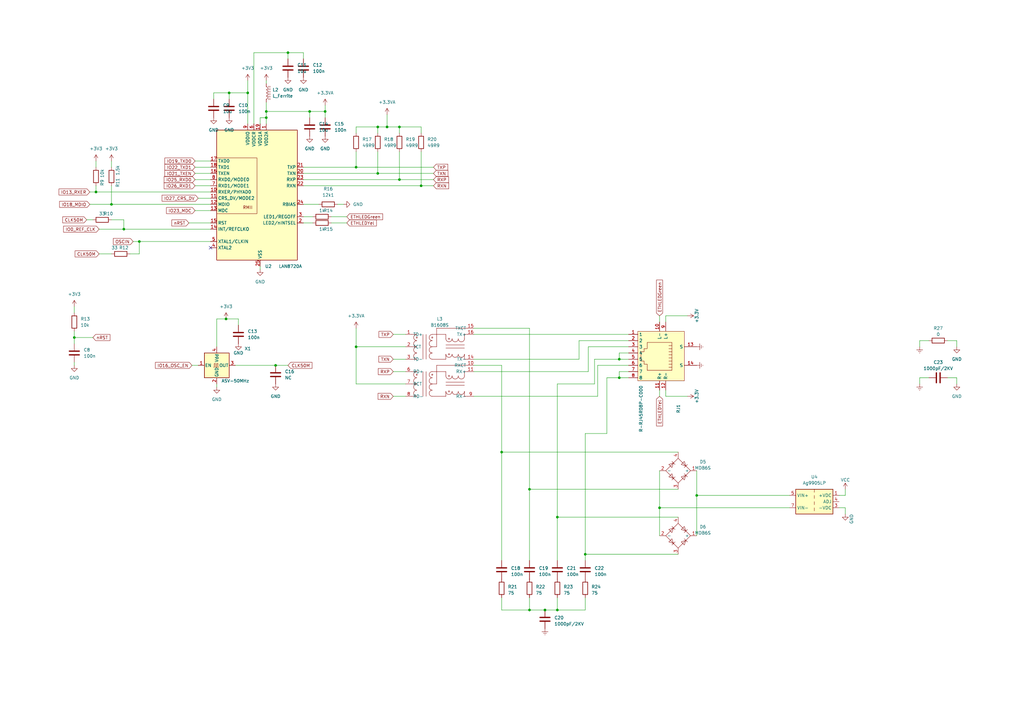
<source format=kicad_sch>
(kicad_sch (version 20231120) (generator "eeschema") (generator_version "8.0")
  (paper "A3")
  (lib_symbols
    (symbol "Converter_DCDC:Ag9905LP"
      (property "Reference" "U" (at -7.62 7.62 0))
      (property "Value" "Ag9905LP" (at 10.16 7.62 0))
      (symbol "Ag9905LP_0_1"
        (rectangle (start -7.62 5.08) (end 7.62 -5.08) (stroke (width 0.254)) (fill (type background)))
        (polyline (pts (xy 0 -2.54) (xy 0 -3.81)))
        (polyline (pts (xy 0 0) (xy 0 -1.27)))
        (polyline (pts (xy 0 2.54) (xy 0 1.27)))
        (polyline (pts (xy 0 5.08) (xy 0 3.81)))
      )
      (symbol "Ag9905LP_1_1"
        (pin power_out line (at 10.16 2.54 180) (length 2.54) (name "+VDC") (number "1"))
        (pin passive line (at 10.16 2.54 180) (length 2.54) hide (name "+VDC") (number "2"))
        (pin power_out line (at 10.16 -2.54 180) (length 2.54) (name "-VDC") (number "3"))
        (pin passive line (at 10.16 0 180) (length 2.54) (name "ADJ") (number "4"))
        (pin power_in line (at -10.16 2.54 0) (length 2.54) (name "VIN+") (number "5"))
        (pin passive line (at -10.16 2.54 0) (length 2.54) hide (name "VIN+") (number "6"))
        (pin power_in line (at -10.16 -2.54 0) (length 2.54) (name "VIN-") (number "7"))
        (pin passive line (at -10.16 -2.54 0) (length 2.54) hide (name "VIN-") (number "8"))
      )
    )
    (symbol "Device:C" (pin_numbers hide) (pin_names (offset 0.254))
      (property "Reference" "C" (at 0.635 2.54 0))
      (property "Value" "C" (at 0.635 -2.54 0))
      (symbol "C_0_1"
        (polyline (pts (xy -2.032 -0.762) (xy 2.032 -0.762)) (stroke (width 0.508)))
        (polyline (pts (xy -2.032 0.762) (xy 2.032 0.762)) (stroke (width 0.508)))
      )
      (symbol "C_1_1"
        (pin passive line (at 0 3.81 270) (length 2.794) (name "~") (number "1"))
        (pin passive line (at 0 -3.81 90) (length 2.794) (name "~") (number "2"))
      )
    )
    (symbol "Device:L_Ferrite" (pin_numbers hide) (pin_names (offset 1.016) hide)
      (property "Reference" "L" (at -1.27 0 90))
      (property "Value" "L_Ferrite" (at 2.794 0 90))
      (symbol "L_Ferrite_0_1"
        (arc (start 0 -2.54) (mid 0.6323 -1.905) (end 0 -1.27))
        (arc (start 0 -1.27) (mid 0.6323 -0.635) (end 0 0))
        (polyline (pts (xy 1.016 -2.794) (xy 1.016 -2.286)))
        (polyline (pts (xy 1.016 -1.778) (xy 1.016 -1.27)))
        (polyline (pts (xy 1.016 -0.762) (xy 1.016 -0.254)))
        (polyline (pts (xy 1.016 0.254) (xy 1.016 0.762)))
        (polyline (pts (xy 1.016 1.27) (xy 1.016 1.778)))
        (polyline (pts (xy 1.016 2.286) (xy 1.016 2.794)))
        (polyline (pts (xy 1.524 -2.286) (xy 1.524 -2.794)))
        (polyline (pts (xy 1.524 -1.27) (xy 1.524 -1.778)))
        (polyline (pts (xy 1.524 -0.254) (xy 1.524 -0.762)))
        (polyline (pts (xy 1.524 0.762) (xy 1.524 0.254)))
        (polyline (pts (xy 1.524 1.778) (xy 1.524 1.27)))
        (polyline (pts (xy 1.524 2.794) (xy 1.524 2.286)))
        (arc (start 0 0) (mid 0.6323 0.635) (end 0 1.27))
        (arc (start 0 1.27) (mid 0.6323 1.905) (end 0 2.54))
      )
      (symbol "L_Ferrite_1_1"
        (pin passive line (at 0 3.81 270) (length 1.27) (name "1") (number "1"))
        (pin passive line (at 0 -3.81 90) (length 1.27) (name "2") (number "2"))
      )
    )
    (symbol "Device:R" (pin_numbers hide) (pin_names (offset 0))
      (property "Reference" "R" (at 2.032 0 90))
      (property "Value" "R" (at 0 0 90))
      (symbol "R_0_1"
        (rectangle (start -1.016 -2.54) (end 1.016 2.54) (stroke (width 0.254)))
      )
      (symbol "R_1_1"
        (pin passive line (at 0 3.81 270) (length 1.27) (name "~") (number "1"))
        (pin passive line (at 0 -3.81 90) (length 1.27) (name "~") (number "2"))
      )
    )
    (symbol "Diode_Bridge:MDB6S"
      (property "Reference" "D" (at 3.81 6.35 0))
      (property "Value" "MDB6S" (at 6.35 3.81 0))
      (symbol "MDB6S_1_1"
        (polyline (pts (xy -2.54 3.81) (xy -1.27 2.54)))
        (polyline (pts (xy -1.27 -2.54) (xy -2.54 -3.81)))
        (polyline (pts (xy 2.54 -1.27) (xy 3.81 -2.54)))
        (polyline (pts (xy 2.54 1.27) (xy 3.81 2.54)))
        (polyline (pts (xy -3.81 2.54) (xy -2.54 1.27) (xy -1.905 3.175) (xy -3.81 2.54)))
        (polyline (pts (xy -2.54 -1.27) (xy -3.81 -2.54) (xy -1.905 -3.175) (xy -2.54 -1.27)))
        (polyline (pts (xy 1.27 2.54) (xy 2.54 3.81) (xy 3.175 1.905) (xy 1.27 2.54)))
        (polyline (pts (xy 3.175 -1.905) (xy 1.27 -2.54) (xy 2.54 -3.81) (xy 3.175 -1.905)))
        (polyline (pts (xy -5.08 0) (xy 0 -5.08) (xy 5.08 0) (xy 0 5.08) (xy -5.08 0)))
        (pin passive line (at 7.62 0 180) (length 2.54) (name "+") (number "1"))
        (pin passive line (at -7.62 0 0) (length 2.54) (name "-") (number "2"))
        (pin passive line (at 0 -7.62 90) (length 2.54) (name "~") (number "3"))
        (pin passive line (at 0 7.62 270) (length 2.54) (name "~") (number "4"))
      )
    )
    (symbol "Interface_Ethernet:LAN8720A"
      (property "Reference" "U" (at -13.97 29.21 0))
      (property "Value" "LAN8720A" (at 15.24 29.21 0))
      (symbol "LAN8720A_0_0"
        (text "RMII" (at -5.08 -3.81 0) (effects (font (size 1.27 1.27))))
      )
      (symbol "LAN8720A_0_1"
        (rectangle (start -17.78 27.94) (end 15.24 -25.4) (stroke (width 0.254)) (fill (type background)))
        (polyline (pts (xy -17.78 -6.35) (xy -1.27 -6.35) (xy -1.27 16.51) (xy -17.78 16.51)))
      )
      (symbol "LAN8720A_1_1"
        (pin power_in line (at 2.54 30.48 270) (length 2.54) (name "VDD2A") (number "1"))
        (pin output line (at -20.32 2.54 0) (length 2.54) (name "RXER/PHYAD0") (number "10"))
        (pin output line (at -20.32 0 0) (length 2.54) (name "CRS_DV/MODE2") (number "11"))
        (pin bidirectional line (at -20.32 -2.54 0) (length 2.54) (name "MDIO") (number "12"))
        (pin input line (at -20.32 -5.08 0) (length 2.54) (name "MDC") (number "13"))
        (pin output line (at -20.32 -12.7 0) (length 2.54) (name "INT/REFCLKO") (number "14"))
        (pin input line (at -20.32 -10.16 0) (length 2.54) (name "RST") (number "15"))
        (pin input line (at -20.32 10.16 0) (length 2.54) (name "TXEN") (number "16"))
        (pin input line (at -20.32 15.24 0) (length 2.54) (name "TXD0") (number "17"))
        (pin input line (at -20.32 12.7 0) (length 2.54) (name "TXD1") (number "18"))
        (pin power_in line (at 0 30.48 270) (length 2.54) (name "VDD1A") (number "19"))
        (pin bidirectional line (at 17.78 -10.16 180) (length 2.54) (name "LED2/nINTSEL") (number "2"))
        (pin output line (at 17.78 10.16 180) (length 2.54) (name "TXN") (number "20"))
        (pin output line (at 17.78 12.7 180) (length 2.54) (name "TXP") (number "21"))
        (pin output line (at 17.78 5.08 180) (length 2.54) (name "RXN") (number "22"))
        (pin output line (at 17.78 7.62 180) (length 2.54) (name "RXP") (number "23"))
        (pin input line (at 17.78 -2.54 180) (length 2.54) (name "RBIAS") (number "24"))
        (pin power_in line (at 0 -27.94 90) (length 2.54) (name "VSS") (number "25"))
        (pin bidirectional line (at 17.78 -7.62 180) (length 2.54) (name "LED1/REGOFF") (number "3"))
        (pin passive line (at -20.32 -20.32 0) (length 2.54) (name "XTAL2") (number "4"))
        (pin passive line (at -20.32 -17.78 0) (length 2.54) (name "XTAL1/CLKIN") (number "5"))
        (pin power_in line (at -2.54 30.48 270) (length 2.54) (name "VDDCR") (number "6"))
        (pin output line (at -20.32 5.08 0) (length 2.54) (name "RXD1/MODE1") (number "7"))
        (pin output line (at -20.32 7.62 0) (length 2.54) (name "RXD0/MODE0") (number "8"))
        (pin power_in line (at -5.08 30.48 270) (length 2.54) (name "VDDIO") (number "9"))
      )
    )
    (symbol "LCSC:B1608S"
      (property "Reference" "L" (at -2.54 15.24 0))
      (property "Value" "B1608S" (at -1.27 -31.75 0))
      (symbol "B1608S_0_1"
        (arc (start -8.13 -10.16) (mid -9.3898 -11.43) (end -8.13 -12.7))
        (arc (start -8.13 -7.62) (mid -9.3959 -8.89) (end -8.13 -10.16))
        (arc (start -8.13 -5.08) (mid -9.3898 -6.35) (end -8.13 -7.62))
        (circle (center -8.13 -3.81) (radius 0.25))
        (arc (start -8.13 -2.54) (mid -9.3898 -3.81) (end -8.13 -5.08))
        (arc (start -8.13 5.08) (mid -9.3898 3.81) (end -8.13 2.54))
        (arc (start -8.13 7.62) (mid -9.3898 6.35) (end -8.13 5.08))
        (arc (start -8.13 10.16) (mid -9.3898 8.89) (end -8.13 7.62))
        (circle (center -8.13 11.43) (radius 0.25))
        (arc (start -8.13 12.7) (mid -9.3898 11.43) (end -8.13 10.16))
        (arc (start -1.78 -10.16) (mid -3.0398 -11.43) (end -1.78 -12.7))
        (arc (start -1.78 -7.62) (mid -3.0459 -8.89) (end -1.78 -10.16))
        (arc (start -1.78 -5.08) (mid -3.0398 -6.35) (end -1.78 -7.62))
        (circle (center -1.78 -3.81) (radius 0.25))
        (arc (start -1.78 -2.54) (mid -3.0398 -3.81) (end -1.78 -5.08))
        (arc (start -1.78 5.08) (mid -3.0398 3.81) (end -1.78 2.54))
        (arc (start -1.78 7.62) (mid -3.0398 6.35) (end -1.78 5.08))
        (arc (start -1.78 10.16) (mid -3.0398 8.89) (end -1.78 7.62))
        (circle (center -1.78 11.43) (radius 0.25))
        (arc (start -1.78 12.7) (mid -3.0398 11.43) (end -1.78 10.16))
        (polyline (pts (xy -10.16 -12.7) (xy -8.13 -12.7)))
        (polyline (pts (xy -10.16 -7.62) (xy -8.13 -7.62)))
        (polyline (pts (xy -10.16 -2.54) (xy -8.13 -2.54)))
        (polyline (pts (xy -10.16 2.54) (xy -8.13 2.54)))
        (polyline (pts (xy -10.16 7.62) (xy -8.13 7.62)))
        (polyline (pts (xy -10.16 12.7) (xy -8.13 12.7)))
        (polyline (pts (xy -5.59 -2.54) (xy -5.59 -12.7)))
        (polyline (pts (xy -5.59 12.7) (xy -5.59 2.54)))
        (polyline (pts (xy -4.32 -2.54) (xy -4.32 -12.7)))
        (polyline (pts (xy -4.32 12.7) (xy -4.32 2.54)))
        (polyline (pts (xy -1.78 -7.62) (xy 0 -7.62)))
        (polyline (pts (xy -1.78 -2.54) (xy 3.81 -2.54)))
        (polyline (pts (xy -1.78 7.62) (xy 0 7.62)))
        (polyline (pts (xy -1.78 12.7) (xy 3.81 12.7)))
        (polyline (pts (xy 0 -7.62) (xy 0 0)))
        (polyline (pts (xy 0 0) (xy 12.7 0)))
        (polyline (pts (xy 0 7.62) (xy 0 15.24)))
        (polyline (pts (xy 0 15.24) (xy 12.7 15.24)))
        (polyline (pts (xy 3.81 -12.7) (xy -1.78 -12.7)))
        (polyline (pts (xy 3.81 -12.7) (xy 3.81 -10.67)))
        (polyline (pts (xy 3.81 -8.13) (xy 11.43 -8.13)))
        (polyline (pts (xy 3.81 -6.86) (xy 11.43 -6.86)))
        (polyline (pts (xy 3.81 -2.54) (xy 3.81 -4.32)))
        (polyline (pts (xy 3.81 2.54) (xy -1.78 2.54)))
        (polyline (pts (xy 3.81 2.54) (xy 3.81 4.57)))
        (polyline (pts (xy 3.81 7.11) (xy 11.43 7.11)))
        (polyline (pts (xy 3.81 8.38) (xy 11.43 8.38)))
        (polyline (pts (xy 3.81 12.7) (xy 3.81 10.92)))
        (polyline (pts (xy 11.43 -12.7) (xy 12.7 -12.7)))
        (polyline (pts (xy 11.43 -10.67) (xy 11.43 -12.7)))
        (polyline (pts (xy 11.43 -4.32) (xy 11.43 -2.54)))
        (polyline (pts (xy 11.43 -2.54) (xy 12.7 -2.54)))
        (polyline (pts (xy 11.43 2.54) (xy 12.7 2.54)))
        (polyline (pts (xy 11.43 4.57) (xy 11.43 2.54)))
        (polyline (pts (xy 11.43 10.92) (xy 11.43 12.7)))
        (polyline (pts (xy 11.43 12.7) (xy 12.7 12.7)))
        (arc (start 3.81 -10.67) (mid 5.08 -11.931) (end 6.35 -10.67))
        (arc (start 3.81 -4.32) (mid 5.08 -5.581) (end 6.35 -4.32))
        (arc (start 3.81 4.57) (mid 5.08 3.309) (end 6.35 4.57))
        (arc (start 3.81 10.92) (mid 5.08 9.659) (end 6.35 10.92))
        (circle (center 5.08 -10.67) (radius 0.25))
        (circle (center 5.08 -4.32) (radius 0.25))
        (circle (center 5.08 4.57) (radius 0.25))
        (circle (center 5.08 10.92) (radius 0.25))
        (arc (start 6.35 -10.67) (mid 7.62 -11.9349) (end 8.89 -10.67))
        (arc (start 6.35 -4.32) (mid 7.62 -5.5851) (end 8.89 -4.32))
        (arc (start 6.35 4.57) (mid 7.62 3.3051) (end 8.89 4.57))
        (arc (start 6.35 10.92) (mid 7.62 9.6549) (end 8.89 10.92))
        (arc (start 8.89 -10.67) (mid 10.16 -11.9349) (end 11.43 -10.67))
        (arc (start 8.89 -4.32) (mid 10.16 -5.5851) (end 11.43 -4.32))
        (arc (start 8.89 4.57) (mid 10.16 3.3051) (end 11.43 4.57))
        (arc (start 8.89 10.92) (mid 10.16 9.6549) (end 11.43 10.92))
        (pin unspecified line (at -12.7 12.7 0) (length 2.54) (name "TD+") (number "1"))
        (pin unspecified line (at 15.24 0 180) (length 2.54) (name "RXCT") (number "10"))
        (pin unspecified line (at 15.24 -2.54 180) (length 2.54) (name "RX+") (number "11"))
        (pin unspecified line (at 15.24 2.54 180) (length 2.54) (name "TX-") (number "14"))
        (pin unspecified line (at 15.24 15.24 180) (length 2.54) (name "TXCT") (number "15"))
        (pin unspecified line (at 15.24 12.7 180) (length 2.54) (name "TX+") (number "16"))
        (pin unspecified line (at -12.7 7.62 0) (length 2.54) (name "TCT") (number "2"))
        (pin unspecified line (at -12.7 2.54 0) (length 2.54) (name "TD-") (number "3"))
        (pin unspecified line (at -12.7 -2.54 0) (length 2.54) (name "RD+") (number "6"))
        (pin unspecified line (at -12.7 -7.62 0) (length 2.54) (name "RCT") (number "7"))
        (pin unspecified line (at -12.7 -12.7 0) (length 2.54) (name "RD-") (number "8"))
        (pin unspecified line (at 15.24 -12.7 180) (length 2.54) (name "RX-") (number "9"))
      )
    )
    (symbol "LCSC:R-RJ45R08P-C000"
      (property "Reference" "RJ" (at 0 20.32 0))
      (property "Value" "R-RJ45R08P-C000" (at 0 -17.78 0))
      (symbol "R-RJ45R08P-C000_0_1"
        (rectangle (start -11.43 10.16) (end 8.89 -8.89) (fill (type background)))
        (polyline (pts (xy -5.59 3.81) (xy -5.59 5.08) (xy -5.59 5.08)))
        (polyline (pts (xy -4.32 5.08) (xy -4.32 3.81) (xy -4.32 3.81)))
        (polyline (pts (xy -3.05 5.08) (xy -3.05 3.81) (xy -3.05 3.81)))
        (polyline (pts (xy -1.78 5.08) (xy -1.78 3.81) (xy -1.78 3.81)))
        (polyline (pts (xy -0.51 5.08) (xy -0.51 3.81) (xy -0.51 3.81)))
        (polyline (pts (xy 0.76 5.08) (xy 0.76 3.81) (xy 0.76 3.81)))
        (polyline (pts (xy 2.03 3.81) (xy 2.03 5.08) (xy 2.03 5.08)))
        (polyline (pts (xy 3.3 3.81) (xy 3.3 5.08) (xy 3.3 5.08)))
        (polyline (pts (xy -6.86 5.08) (xy 4.57 5.08) (xy 4.57 -5.08) (xy 2.03 -5.08) (xy 2.03 -6.35) (xy 0.76 -6.35) (xy 0.76 -7.62) (xy -3.05 -7.62) (xy -3.05 -6.35) (xy -4.32 -6.35) (xy -4.32 -5.08) (xy -6.86 -5.08) (xy -6.86 5.08) (xy -6.86 5.08)) (fill (type background)))
        (pin unspecified line (at -10.16 -12.7 90) (length 3.81) (name "1") (number "1"))
        (pin unspecified line (at -15.24 0 0) (length 3.81) (name "L-") (number "10"))
        (pin unspecified line (at 12.7 0 180) (length 3.81) (name "R+") (number "11"))
        (pin unspecified line (at 12.7 2.54 180) (length 3.81) (name "R-") (number "12"))
        (pin unspecified line (at -5.08 15.24 270) (length 5.08) (name "S") (number "13"))
        (pin unspecified line (at 2.54 15.24 270) (length 5.08) (name "S") (number "14"))
        (pin unspecified line (at -7.62 -12.7 90) (length 3.81) (name "2") (number "2"))
        (pin unspecified line (at -5.08 -12.7 90) (length 3.81) (name "3") (number "3"))
        (pin unspecified line (at -2.54 -12.7 90) (length 3.81) (name "4") (number "4"))
        (pin unspecified line (at 0 -12.7 90) (length 3.81) (name "5") (number "5"))
        (pin unspecified line (at 2.54 -12.7 90) (length 3.81) (name "6") (number "6"))
        (pin unspecified line (at 5.08 -12.7 90) (length 3.81) (name "7") (number "7"))
        (pin unspecified line (at 7.62 -12.7 90) (length 3.81) (name "8") (number "8"))
        (pin unspecified line (at -15.24 2.54 0) (length 3.81) (name "L+") (number "9"))
      )
    )
    (symbol "Oscillator:ASV-xxxMHz" (pin_names (offset 0.254))
      (property "Reference" "X" (at -5.08 6.35 0))
      (property "Value" "ASV-xxxMHz" (at 1.27 -6.35 0))
      (symbol "ASV-xxxMHz_0_1"
        (rectangle (start -5.08 5.08) (end 5.08 -5.08) (stroke (width 0.254)) (fill (type background)))
        (polyline (pts (xy -1.27 -0.762) (xy -1.016 -0.762) (xy -1.016 0.762) (xy -0.508 0.762) (xy -0.508 -0.762) (xy 0 -0.762) (xy 0 0.762) (xy 0.508 0.762) (xy 0.508 -0.762) (xy 0.762 -0.762)))
      )
      (symbol "ASV-xxxMHz_1_1"
        (pin input line (at -7.62 0 0) (length 2.54) (name "EN") (number "1"))
        (pin power_in line (at 0 -7.62 90) (length 2.54) (name "GND") (number "2"))
        (pin output line (at 7.62 0 180) (length 2.54) (name "OUT") (number "3"))
        (pin power_in line (at 0 7.62 270) (length 2.54) (name "Vdd") (number "4"))
      )
    )
    (symbol "power:+3.3V" (power) (pin_names (offset 0))
      (property "Value" "+3.3V" (at 0 3.556 0))
      (symbol "+3.3V_0_1"
        (polyline (pts (xy -0.762 1.27) (xy 0 2.54)))
        (polyline (pts (xy 0 0) (xy 0 2.54)))
        (polyline (pts (xy 0 2.54) (xy 0.762 1.27)))
      )
      (symbol "+3.3V_1_1"
        (pin power_in line (at 0 0 90) (length 0) hide (name "+3.3V") (number "1"))
      )
    )
    (symbol "power:+3.3VA" (power) (pin_names (offset 0))
      (property "Value" "+3.3VA" (at 0 3.556 0))
      (symbol "+3.3VA_0_1"
        (polyline (pts (xy -0.762 1.27) (xy 0 2.54)))
        (polyline (pts (xy 0 0) (xy 0 2.54)))
        (polyline (pts (xy 0 2.54) (xy 0.762 1.27)))
      )
      (symbol "+3.3VA_1_1"
        (pin power_in line (at 0 0 90) (length 0) hide (name "+3.3VA") (number "1"))
      )
    )
    (symbol "power:+3V3" (power) (pin_names (offset 0))
      (property "Value" "+3V3" (at 0 3.556 0))
      (symbol "+3V3_0_1"
        (polyline (pts (xy -0.762 1.27) (xy 0 2.54)))
        (polyline (pts (xy 0 0) (xy 0 2.54)))
        (polyline (pts (xy 0 2.54) (xy 0.762 1.27)))
      )
      (symbol "+3V3_1_1"
        (pin power_in line (at 0 0 90) (length 0) hide (name "+3V3") (number "1"))
      )
    )
    (symbol "power:Earth" (power) (pin_names (offset 0))
      (symbol "Earth_0_1"
        (polyline (pts (xy -0.635 -1.905) (xy 0.635 -1.905)))
        (polyline (pts (xy -0.127 -2.54) (xy 0.127 -2.54)))
        (polyline (pts (xy 0 -1.27) (xy 0 0)))
        (polyline (pts (xy 1.27 -1.27) (xy -1.27 -1.27)))
      )
      (symbol "Earth_1_1"
        (pin power_in line (at 0 0 270) (length 0) hide (name "Earth") (number "1"))
      )
    )
    (symbol "power:GND" (power) (pin_names (offset 0))
      (property "Value" "GND" (at 0 -3.81 0))
      (symbol "GND_0_1"
        (polyline (pts (xy 0 0) (xy 0 -1.27) (xy 1.27 -1.27) (xy 0 -2.54) (xy -1.27 -1.27) (xy 0 -1.27)))
      )
      (symbol "GND_1_1"
        (pin power_in line (at 0 0 270) (length 0) hide (name "GND") (number "1"))
      )
    )
    (symbol "power:VCC" (power) (pin_names (offset 0))
      (property "Value" "VCC" (at 0 3.81 0))
      (symbol "VCC_0_1"
        (polyline (pts (xy -0.762 1.27) (xy 0 2.54)))
        (polyline (pts (xy 0 0) (xy 0 2.54)))
        (polyline (pts (xy 0 2.54) (xy 0.762 1.27)))
      )
      (symbol "VCC_1_1"
        (pin power_in line (at 0 0 90) (length 0) hide (name "VCC") (number "1"))
      )
    )
  )
  (junction (at 57.15 99.06))
  (junction (at 93.98 38.1))
  (junction (at 154.94 52.07))
  (junction (at 172.72 76.2))
  (junction (at 127 45.72))
  (junction (at 254 147.32))
  (junction (at 217.17 250.19))
  (junction (at 101.6 38.1))
  (junction (at 228.6 212.09))
  (junction (at 30.48 138.43))
  (junction (at 240.03 227.33))
  (junction (at 118.11 21.59))
  (junction (at 146.05 142.24))
  (junction (at 228.6 250.19))
  (junction (at 45.72 83.82))
  (junction (at 109.22 45.72))
  (junction (at 146.05 68.58))
  (junction (at 109.22 48.26))
  (junction (at 205.74 185.42))
  (junction (at 154.94 71.12))
  (junction (at 285.75 203.2))
  (junction (at 39.37 78.74))
  (junction (at 163.83 52.07))
  (junction (at 223.52 250.19))
  (junction (at 217.17 200.66))
  (junction (at 113.03 149.86))
  (junction (at 133.35 45.72))
  (junction (at 270.51 208.28))
  (junction (at 254 154.94))
  (junction (at 50.8 93.98))
  (junction (at 158.75 52.07))
  (junction (at 163.83 73.66))
  (junction (at 92.71 130.81))
  (no_connect (at 86.36 101.6))
  (wire (pts (xy 377.19 154.94) (xy 381 154.94)))
  (wire (pts (xy 109.22 48.26) (xy 109.22 50.8)))
  (wire (pts (xy 273.05 129.54) (xy 273.05 132.08)))
  (wire (pts (xy 87.63 38.1) (xy 93.98 38.1)))
  (wire (pts (xy 273.05 162.56) (xy 281.94 162.56)))
  (wire (pts (xy 346.71 200.66) (xy 346.71 203.2)))
  (wire (pts (xy 243.84 157.48) (xy 228.6 157.48)))
  (wire (pts (xy 161.29 147.32) (xy 166.37 147.32)))
  (wire (pts (xy 118.11 21.59) (xy 124.46 21.59)))
  (wire (pts (xy 270.51 208.28) (xy 270.51 219.71)))
  (wire (pts (xy 323.85 203.2) (xy 285.75 203.2)))
  (wire (pts (xy 101.6 33.02) (xy 101.6 38.1)))
  (wire (pts (xy 93.98 38.1) (xy 101.6 38.1)))
  (wire (pts (xy 146.05 68.58) (xy 124.46 68.58)))
  (wire (pts (xy 161.29 162.56) (xy 166.37 162.56)))
  (wire (pts (xy 254 147.32) (xy 257.81 147.32)))
  (wire (pts (xy 254 154.94) (xy 248.92 154.94)))
  (wire (pts (xy 154.94 71.12) (xy 154.94 62.23)))
  (wire (pts (xy 241.3 152.4) (xy 241.3 142.24)))
  (wire (pts (xy 237.49 139.7) (xy 257.81 139.7)))
  (wire (pts (xy 240.03 227.33) (xy 278.13 227.33)))
  (wire (pts (xy 50.8 93.98) (xy 86.36 93.98)))
  (wire (pts (xy 104.14 21.59) (xy 104.14 50.8)))
  (wire (pts (xy 161.29 137.16) (xy 166.37 137.16)))
  (wire (pts (xy 109.22 45.72) (xy 127 45.72)))
  (wire (pts (xy 243.84 147.32) (xy 243.84 157.48)))
  (wire (pts (xy 124.46 91.44) (xy 128.27 91.44)))
  (wire (pts (xy 118.11 24.13) (xy 118.11 21.59)))
  (wire (pts (xy 39.37 76.2) (xy 39.37 78.74)))
  (wire (pts (xy 377.19 157.48) (xy 377.19 154.94)))
  (wire (pts (xy 217.17 200.66) (xy 217.17 229.87)))
  (wire (pts (xy 228.6 212.09) (xy 228.6 229.87)))
  (wire (pts (xy 163.83 73.66) (xy 177.8 73.66)))
  (wire (pts (xy 346.71 208.28) (xy 346.71 210.82)))
  (wire (pts (xy 40.64 104.14) (xy 45.72 104.14)))
  (wire (pts (xy 154.94 71.12) (xy 177.8 71.12)))
  (wire (pts (xy 106.68 50.8) (xy 106.68 48.26)))
  (wire (pts (xy 172.72 52.07) (xy 172.72 54.61)))
  (wire (pts (xy 205.74 185.42) (xy 205.74 229.87)))
  (wire (pts (xy 45.72 83.82) (xy 86.36 83.82)))
  (wire (pts (xy 270.51 208.28) (xy 323.85 208.28)))
  (wire (pts (xy 194.31 147.32) (xy 237.49 147.32)))
  (wire (pts (xy 270.51 129.54) (xy 270.51 132.08)))
  (wire (pts (xy 88.9 142.24) (xy 88.9 130.81)))
  (wire (pts (xy 142.24 88.9) (xy 135.89 88.9)))
  (wire (pts (xy 158.75 52.07) (xy 163.83 52.07)))
  (wire (pts (xy 38.1 138.43) (xy 30.48 138.43)))
  (wire (pts (xy 228.6 250.19) (xy 240.03 250.19)))
  (wire (pts (xy 80.01 76.2) (xy 86.36 76.2)))
  (wire (pts (xy 109.22 33.02) (xy 109.22 34.29)))
  (wire (pts (xy 124.46 88.9) (xy 128.27 88.9)))
  (wire (pts (xy 240.03 227.33) (xy 240.03 229.87)))
  (wire (pts (xy 241.3 142.24) (xy 257.81 142.24)))
  (wire (pts (xy 194.31 134.62) (xy 217.17 134.62)))
  (wire (pts (xy 228.6 157.48) (xy 228.6 212.09)))
  (wire (pts (xy 163.83 52.07) (xy 163.83 54.61)))
  (wire (pts (xy 285.75 193.04) (xy 285.75 203.2)))
  (wire (pts (xy 104.14 21.59) (xy 118.11 21.59)))
  (wire (pts (xy 158.75 46.99) (xy 158.75 52.07)))
  (wire (pts (xy 30.48 149.86) (xy 30.48 148.59)))
  (wire (pts (xy 88.9 130.81) (xy 92.71 130.81)))
  (wire (pts (xy 57.15 99.06) (xy 86.36 99.06)))
  (wire (pts (xy 109.22 41.91) (xy 109.22 45.72)))
  (wire (pts (xy 30.48 125.73) (xy 30.48 128.27)))
  (wire (pts (xy 161.29 152.4) (xy 166.37 152.4)))
  (wire (pts (xy 254 147.32) (xy 243.84 147.32)))
  (wire (pts (xy 257.81 152.4) (xy 254 152.4)))
  (wire (pts (xy 80.01 68.58) (xy 86.36 68.58)))
  (wire (pts (xy 130.81 83.82) (xy 124.46 83.82)))
  (wire (pts (xy 346.71 203.2) (xy 344.17 203.2)))
  (wire (pts (xy 146.05 52.07) (xy 154.94 52.07)))
  (wire (pts (xy 217.17 134.62) (xy 217.17 200.66)))
  (wire (pts (xy 127 48.26) (xy 127 45.72)))
  (wire (pts (xy 97.79 130.81) (xy 97.79 133.35)))
  (wire (pts (xy 228.6 245.11) (xy 228.6 250.19)))
  (wire (pts (xy 50.8 90.17) (xy 50.8 93.98)))
  (wire (pts (xy 237.49 147.32) (xy 237.49 139.7)))
  (wire (pts (xy 133.35 45.72) (xy 133.35 48.26)))
  (wire (pts (xy 223.52 250.19) (xy 228.6 250.19)))
  (wire (pts (xy 80.01 86.36) (xy 86.36 86.36)))
  (wire (pts (xy 35.56 90.17) (xy 38.1 90.17)))
  (wire (pts (xy 124.46 76.2) (xy 172.72 76.2)))
  (wire (pts (xy 124.46 73.66) (xy 163.83 73.66)))
  (wire (pts (xy 278.13 212.09) (xy 228.6 212.09)))
  (wire (pts (xy 146.05 142.24) (xy 146.05 157.48)))
  (wire (pts (xy 273.05 129.54) (xy 281.94 129.54)))
  (wire (pts (xy 45.72 76.2) (xy 45.72 83.82)))
  (wire (pts (xy 101.6 38.1) (xy 101.6 50.8)))
  (wire (pts (xy 392.43 139.7) (xy 392.43 142.24)))
  (wire (pts (xy 30.48 138.43) (xy 30.48 140.97)))
  (wire (pts (xy 172.72 76.2) (xy 177.8 76.2)))
  (wire (pts (xy 273.05 162.56) (xy 273.05 160.02)))
  (wire (pts (xy 133.35 43.18) (xy 133.35 45.72)))
  (wire (pts (xy 194.31 152.4) (xy 241.3 152.4)))
  (wire (pts (xy 39.37 78.74) (xy 86.36 78.74)))
  (wire (pts (xy 388.62 154.94) (xy 392.43 154.94)))
  (wire (pts (xy 254 152.4) (xy 254 154.94)))
  (wire (pts (xy 45.72 90.17) (xy 50.8 90.17)))
  (wire (pts (xy 270.51 193.04) (xy 270.51 208.28)))
  (wire (pts (xy 54.61 99.06) (xy 57.15 99.06)))
  (wire (pts (xy 36.83 83.82) (xy 45.72 83.82)))
  (wire (pts (xy 87.63 40.64) (xy 87.63 38.1)))
  (wire (pts (xy 172.72 76.2) (xy 172.72 62.23)))
  (wire (pts (xy 217.17 250.19) (xy 223.52 250.19)))
  (wire (pts (xy 106.68 110.49) (xy 106.68 109.22)))
  (wire (pts (xy 53.34 104.14) (xy 57.15 104.14)))
  (wire (pts (xy 248.92 154.94) (xy 248.92 177.8)))
  (wire (pts (xy 146.05 142.24) (xy 166.37 142.24)))
  (wire (pts (xy 142.24 91.44) (xy 135.89 91.44)))
  (wire (pts (xy 80.01 66.04) (xy 86.36 66.04)))
  (wire (pts (xy 146.05 134.62) (xy 146.05 142.24)))
  (wire (pts (xy 124.46 21.59) (xy 124.46 24.13)))
  (wire (pts (xy 80.01 73.66) (xy 86.36 73.66)))
  (wire (pts (xy 109.22 45.72) (xy 109.22 48.26)))
  (wire (pts (xy 240.03 177.8) (xy 240.03 227.33)))
  (wire (pts (xy 81.28 81.28) (xy 86.36 81.28)))
  (wire (pts (xy 92.71 130.81) (xy 97.79 130.81)))
  (wire (pts (xy 39.37 66.04) (xy 39.37 68.58)))
  (wire (pts (xy 80.01 71.12) (xy 86.36 71.12)))
  (wire (pts (xy 205.74 149.86) (xy 205.74 185.42)))
  (wire (pts (xy 154.94 52.07) (xy 154.94 54.61)))
  (wire (pts (xy 377.19 139.7) (xy 381 139.7)))
  (wire (pts (xy 177.8 68.58) (xy 146.05 68.58)))
  (wire (pts (xy 205.74 245.11) (xy 205.74 250.19)))
  (wire (pts (xy 257.81 149.86) (xy 245.11 149.86)))
  (wire (pts (xy 96.52 149.86) (xy 113.03 149.86)))
  (wire (pts (xy 240.03 245.11) (xy 240.03 250.19)))
  (wire (pts (xy 163.83 52.07) (xy 172.72 52.07)))
  (wire (pts (xy 205.74 185.42) (xy 278.13 185.42)))
  (wire (pts (xy 377.19 142.24) (xy 377.19 139.7)))
  (wire (pts (xy 245.11 149.86) (xy 245.11 162.56)))
  (wire (pts (xy 57.15 104.14) (xy 57.15 99.06)))
  (wire (pts (xy 392.43 154.94) (xy 392.43 157.48)))
  (wire (pts (xy 285.75 203.2) (xy 285.75 219.71)))
  (wire (pts (xy 77.47 91.44) (xy 86.36 91.44)))
  (wire (pts (xy 163.83 73.66) (xy 163.83 62.23)))
  (wire (pts (xy 30.48 135.89) (xy 30.48 138.43)))
  (wire (pts (xy 124.46 71.12) (xy 154.94 71.12)))
  (wire (pts (xy 257.81 144.78) (xy 254 144.78)))
  (wire (pts (xy 78.74 149.86) (xy 81.28 149.86)))
  (wire (pts (xy 194.31 149.86) (xy 205.74 149.86)))
  (wire (pts (xy 146.05 54.61) (xy 146.05 52.07)))
  (wire (pts (xy 344.17 208.28) (xy 346.71 208.28)))
  (wire (pts (xy 146.05 157.48) (xy 166.37 157.48)))
  (wire (pts (xy 270.51 160.02) (xy 270.51 162.56)))
  (wire (pts (xy 88.9 158.75) (xy 88.9 157.48)))
  (wire (pts (xy 40.64 93.98) (xy 50.8 93.98)))
  (wire (pts (xy 205.74 250.19) (xy 217.17 250.19)))
  (wire (pts (xy 106.68 48.26) (xy 109.22 48.26)))
  (wire (pts (xy 113.03 149.86) (xy 118.11 149.86)))
  (wire (pts (xy 254 154.94) (xy 257.81 154.94)))
  (wire (pts (xy 146.05 62.23) (xy 146.05 68.58)))
  (wire (pts (xy 245.11 162.56) (xy 194.31 162.56)))
  (wire (pts (xy 248.92 177.8) (xy 240.03 177.8)))
  (wire (pts (xy 217.17 245.11) (xy 217.17 250.19)))
  (wire (pts (xy 36.83 78.74) (xy 39.37 78.74)))
  (wire (pts (xy 127 45.72) (xy 133.35 45.72)))
  (wire (pts (xy 138.43 83.82) (xy 140.97 83.82)))
  (wire (pts (xy 93.98 38.1) (xy 93.98 40.64)))
  (wire (pts (xy 388.62 139.7) (xy 392.43 139.7)))
  (wire (pts (xy 45.72 66.04) (xy 45.72 68.58)))
  (wire (pts (xy 254 144.78) (xy 254 147.32)))
  (wire (pts (xy 154.94 52.07) (xy 158.75 52.07)))
  (wire (pts (xy 217.17 200.66) (xy 278.13 200.66)))
  (wire (pts (xy 194.31 137.16) (xy 257.81 137.16)))
  (global_label "CLK50M" (shape input) (at 118.11 149.86 0) (property "Intersheetrefs" "${INTERSHEET_REFS}" (effects (hide yes))))
  (global_label "IO13_RXER" (shape input) (at 36.83 78.74 180) (property "Intersheetrefs" "${INTERSHEET_REFS}" (effects (hide yes))))
  (global_label "CLK50M" (shape input) (at 35.56 90.17 180) (property "Intersheetrefs" "${INTERSHEET_REFS}" (effects (hide yes))))
  (global_label "ETHLEDGreen" (shape input) (at 270.51 129.54 90) (property "Intersheetrefs" "${INTERSHEET_REFS}" (effects (hide yes))))
  (global_label "RXN" (shape input) (at 161.29 162.56 180) (property "Intersheetrefs" "${INTERSHEET_REFS}" (effects (hide yes))))
  (global_label "OSCIN" (shape input) (at 54.61 99.06 180) (property "Intersheetrefs" "${INTERSHEET_REFS}" (effects (hide yes))))
  (global_label "IO22_TXD1" (shape input) (at 80.01 68.58 180) (property "Intersheetrefs" "${INTERSHEET_REFS}" (effects (hide yes))))
  (global_label "IO18_MDIO" (shape input) (at 36.83 83.82 180) (property "Intersheetrefs" "${INTERSHEET_REFS}" (effects (hide yes))))
  (global_label "IO19_TXD0" (shape input) (at 80.01 66.04 180) (property "Intersheetrefs" "${INTERSHEET_REFS}" (effects (hide yes))))
  (global_label "ETHLEDYel" (shape input) (at 142.24 91.44 0) (property "Intersheetrefs" "${INTERSHEET_REFS}" (effects (hide yes))))
  (global_label "IO27_CRS_DV" (shape input) (at 81.28 81.28 180) (property "Intersheetrefs" "${INTERSHEET_REFS}" (effects (hide yes))))
  (global_label "IO21_TXEN" (shape input) (at 80.01 71.12 180) (property "Intersheetrefs" "${INTERSHEET_REFS}" (effects (hide yes))))
  (global_label "RXP" (shape input) (at 177.8 73.66 0) (property "Intersheetrefs" "${INTERSHEET_REFS}" (effects (hide yes))))
  (global_label "IO0_REF_CLK" (shape input) (at 40.64 93.98 180) (property "Intersheetrefs" "${INTERSHEET_REFS}" (effects (hide yes))))
  (global_label "nRST" (shape input) (at 77.47 91.44 180) (property "Intersheetrefs" "${INTERSHEET_REFS}" (effects (hide yes))))
  (global_label "RXN" (shape input) (at 177.8 76.2 0) (property "Intersheetrefs" "${INTERSHEET_REFS}" (effects (hide yes))))
  (global_label "TXP" (shape input) (at 161.29 137.16 180) (property "Intersheetrefs" "${INTERSHEET_REFS}" (effects (hide yes))))
  (global_label "CLK50M" (shape input) (at 40.64 104.14 180) (property "Intersheetrefs" "${INTERSHEET_REFS}" (effects (hide yes))))
  (global_label "TXP" (shape input) (at 177.8 68.58 0) (property "Intersheetrefs" "${INTERSHEET_REFS}" (effects (hide yes))))
  (global_label "ETHLEDYel" (shape input) (at 270.51 162.56 270) (property "Intersheetrefs" "${INTERSHEET_REFS}" (effects (hide yes))))
  (global_label "ETHLEDGreen" (shape input) (at 142.24 88.9 0) (property "Intersheetrefs" "${INTERSHEET_REFS}" (effects (hide yes))))
  (global_label "RXP" (shape input) (at 161.29 152.4 180) (property "Intersheetrefs" "${INTERSHEET_REFS}" (effects (hide yes))))
  (global_label "IO26_RXD1" (shape input) (at 80.01 76.2 180) (property "Intersheetrefs" "${INTERSHEET_REFS}" (effects (hide yes))))
  (global_label "TXN" (shape input) (at 161.29 147.32 180) (property "Intersheetrefs" "${INTERSHEET_REFS}" (effects (hide yes))))
  (global_label "TXN" (shape input) (at 177.8 71.12 0) (property "Intersheetrefs" "${INTERSHEET_REFS}" (effects (hide yes))))
  (global_label "IO25_RXD0" (shape input) (at 80.01 73.66 180) (property "Intersheetrefs" "${INTERSHEET_REFS}" (effects (hide yes))))
  (global_label "IO16_OSC_EN" (shape input) (at 78.74 149.86 180) (property "Intersheetrefs" "${INTERSHEET_REFS}" (effects (hide yes))))
  (global_label "nRST" (shape input) (at 38.1 138.43 0) (property "Intersheetrefs" "${INTERSHEET_REFS}" (effects (hide yes))))
  (global_label "IO23_MDC" (shape input) (at 80.01 86.36 180) (property "Intersheetrefs" "${INTERSHEET_REFS}" (effects (hide yes))))
  (symbol (lib_id "Device:C") (at 228.6 233.68 0) (unit 1)
    (property "Reference" "C21" (at 232.41 233.045 0) (effects (justify left)))
    (property "Value" "100n" (at 232.41 235.585 0) (effects (justify left)))
    (property "Footprint" "Capacitor_SMD:C_0402_1005Metric" (effects (hide yes)))
  )
  (symbol (lib_id "Device:C") (at 113.03 153.67 0) (unit 1)
    (property "Reference" "C16" (at 116.84 152.3999 0) (effects (justify left)))
    (property "Value" "NC" (at 116.84 154.9399 0) (effects (justify left)))
    (property "Footprint" "Capacitor_SMD:C_0402_1005Metric" (effects (hide yes)))
  )
  (symbol (lib_id "power:GND") (at 88.9 158.75 0) (unit 1)
    (property "Reference" "#PWR035" (effects (hide yes)))
    (property "Value" "GND" (at 88.9 163.83 0))
  )
  (symbol (lib_id "Device:R") (at 134.62 83.82 90) (unit 1)
    (property "Reference" "R16" (at 134.62 77.47 90))
    (property "Value" "12k1" (at 134.62 80.01 90))
    (property "Footprint" "Capacitor_SMD:C_0402_1005Metric" (effects (hide yes)))
  )
  (symbol (lib_id "power:GND") (at 133.35 55.88 0) (unit 1)
    (property "Reference" "#PWR042" (effects (hide yes)))
    (property "Value" "GND" (at 133.35 60.96 0))
  )
  (symbol (lib_id "power:Earth") (at 285.75 142.24 90) (unit 1)
    (property "Reference" "#PWR055" (effects (hide yes)))
    (property "Value" "Earth" (effects (hide yes)))
  )
  (symbol (lib_id "Device:C") (at 118.11 27.94 0) (unit 1)
    (property "Reference" "C11" (at 121.92 26.6699 0) (effects (justify left)))
    (property "Value" "10u" (at 121.92 29.2099 0) (effects (justify left)))
    (property "Footprint" "Capacitor_SMD:C_0402_1005Metric" (effects (hide yes)))
  )
  (symbol (lib_id "power:GND") (at 346.71 210.82 0) (unit 1)
    (property "Reference" "#PWR046" (effects (hide yes)))
    (property "Value" "GND" (at 349.25 210.82 90) (effects (justify right)))
  )
  (symbol (lib_id "Device:R") (at 39.37 72.39 0) (unit 1)
    (property "Reference" "R9" (at 41.91 74.93 90))
    (property "Value" "10k" (at 41.91 71.12 90))
    (property "Footprint" "Capacitor_SMD:C_0402_1005Metric" (effects (hide yes)))
  )
  (symbol (lib_id "power:Earth") (at 223.52 257.81 0) (unit 1)
    (property "Reference" "#PWR052" (effects (hide yes)))
    (property "Value" "Earth" (effects (hide yes)))
  )
  (symbol (lib_id "power:+3.3V") (at 281.94 162.56 270) (unit 1)
    (property "Reference" "#PWR054" (effects (hide yes)))
    (property "Value" "+3.3V" (at 285.75 162.56 0))
  )
  (symbol (lib_id "power:GND") (at 106.68 110.49 0) (unit 1)
    (property "Reference" "#PWR033" (effects (hide yes)))
    (property "Value" "GND" (at 106.68 115.57 0))
  )
  (symbol (lib_id "Device:C") (at 93.98 44.45 0) (unit 1)
    (property "Reference" "C10" (at 97.79 43.1799 0) (effects (justify left)))
    (property "Value" "100n" (at 97.79 45.7199 0) (effects (justify left)))
    (property "Footprint" "Capacitor_SMD:C_0402_1005Metric" (effects (hide yes)))
  )
  (symbol (lib_id "power:Earth") (at 377.19 142.24 0) (unit 1)
    (property "Reference" "#PWR057" (effects (hide yes)))
    (property "Value" "Earth" (effects (hide yes)))
  )
  (symbol (lib_id "Device:C") (at 205.74 233.68 0) (unit 1)
    (property "Reference" "C18" (at 209.55 233.045 0) (effects (justify left)))
    (property "Value" "100n" (at 209.55 235.585 0) (effects (justify left)))
    (property "Footprint" "Capacitor_SMD:C_0402_1005Metric" (effects (hide yes)))
  )
  (symbol (lib_id "power:+3V3") (at 109.22 33.02 0) (unit 1)
    (property "Reference" "#PWR034" (effects (hide yes)))
    (property "Value" "+3V3" (at 109.22 27.94 0))
  )
  (symbol (lib_id "Device:L_Ferrite") (at 109.22 38.1 0) (unit 1)
    (property "Reference" "L2" (at 111.76 36.8299 0) (effects (justify left)))
    (property "Value" "L_Ferrite" (at 111.76 39.3699 0) (effects (justify left)))
    (property "Footprint" "Capacitor_SMD:C_0402_1005Metric" (effects (hide yes)))
  )
  (symbol (lib_id "power:GND") (at 392.43 157.48 0) (unit 1)
    (property "Reference" "#PWR060" (effects (hide yes)))
    (property "Value" "GND" (at 392.43 162.56 0))
  )
  (symbol (lib_id "Device:R") (at 228.6 241.3 0) (unit 1)
    (property "Reference" "R23" (at 231.14 240.665 0) (effects (justify left)))
    (property "Value" "75" (at 231.14 243.205 0) (effects (justify left)))
    (property "Footprint" "Resistor_SMD:R_0402_1005Metric" (effects (hide yes)))
  )
  (symbol (lib_id "Device:R") (at 132.08 88.9 90) (unit 1)
    (property "Reference" "R14" (at 134.62 86.36 90))
    (property "Value" "1k" (at 132.08 86.36 90))
    (property "Footprint" "Capacitor_SMD:C_0402_1005Metric" (effects (hide yes)))
  )
  (symbol (lib_id "power:+3V3") (at 30.48 125.73 0) (unit 1)
    (property "Reference" "#PWR028" (effects (hide yes)))
    (property "Value" "+3V3" (at 30.48 120.65 0))
  )
  (symbol (lib_id "power:GND") (at 30.48 149.86 0) (unit 1)
    (property "Reference" "#PWR029" (effects (hide yes)))
    (property "Value" "GND" (at 30.48 154.94 0))
  )
  (symbol (lib_id "Device:C") (at 124.46 27.94 0) (unit 1)
    (property "Reference" "C12" (at 128.27 26.6699 0) (effects (justify left)))
    (property "Value" "100n" (at 128.27 29.2099 0) (effects (justify left)))
    (property "Footprint" "Capacitor_SMD:C_0402_1005Metric" (effects (hide yes)))
  )
  (symbol (lib_id "Device:C") (at 240.03 233.68 0) (unit 1)
    (property "Reference" "C22" (at 243.84 233.045 0) (effects (justify left)))
    (property "Value" "100n" (at 243.84 235.585 0) (effects (justify left)))
    (property "Footprint" "Capacitor_SMD:C_0402_1005Metric" (effects (hide yes)))
  )
  (symbol (lib_id "Device:R") (at 132.08 91.44 90) (unit 1)
    (property "Reference" "R15" (at 134.62 93.98 90))
    (property "Value" "1k" (at 132.08 93.98 90))
    (property "Footprint" "Capacitor_SMD:C_0402_1005Metric" (effects (hide yes)))
  )
  (symbol (lib_id "power:+3V3") (at 45.72 66.04 0) (unit 1)
    (property "Reference" "#PWR025" (effects (hide yes)))
    (property "Value" "+3V3" (at 45.72 60.96 0))
  )
  (symbol (lib_id "power:+3V3") (at 92.71 130.81 0) (unit 1)
    (property "Reference" "#PWR037" (effects (hide yes)))
    (property "Value" "+3V3" (at 92.71 125.73 0))
  )
  (symbol (lib_id "Device:R") (at 217.17 241.3 0) (unit 1)
    (property "Reference" "R22" (at 219.71 240.665 0) (effects (justify left)))
    (property "Value" "75" (at 219.71 243.205 0) (effects (justify left)))
    (property "Footprint" "Resistor_SMD:R_0402_1005Metric" (effects (hide yes)))
  )
  (symbol (lib_id "power:GND") (at 113.03 157.48 0) (unit 1)
    (property "Reference" "#PWR044" (effects (hide yes)))
    (property "Value" "GND" (at 113.03 162.56 0))
  )
  (symbol (lib_id "LCSC:R-RJ45R08P-C000") (at 270.51 147.32 270) (unit 1)
    (property "Reference" "RJ1" (at 278.2317 167.64 0))
    (property "Value" "R-RJ45R08P-C000" (at 262.89 167.64 0))
    (property "Footprint" "LCSC:RJ45-TH_R-RJ45R08P-C000" (effects (hide yes)))
    (property "Datasheet" "https://lcsc.com/product-detail/Ethernet-Connectors-Modular-Connectors-RJ45-RJ11_Shenzhen-Cankemeng-R-RJ45R08P-C000_C386757.html" (effects (hide yes)))
    (property "LCSC Part" "C386757" (effects (hide yes)))
  )
  (symbol (lib_id "power:+3V3") (at 101.6 33.02 0) (unit 1)
    (property "Reference" "#PWR032" (effects (hide yes)))
    (property "Value" "+3V3" (at 101.6 27.94 0))
  )
  (symbol (lib_id "power:+3.3VA") (at 146.05 134.62 0) (unit 1)
    (property "Reference" "#PWR049" (effects (hide yes)))
    (property "Value" "+3.3VA" (at 146.05 129.54 0))
  )
  (symbol (lib_id "Device:R") (at 49.53 104.14 90) (unit 1)
    (property "Reference" "R12" (at 50.8 101.6 90))
    (property "Value" "33" (at 46.99 101.6 90))
    (property "Footprint" "Capacitor_SMD:C_0402_1005Metric" (effects (hide yes)))
  )
  (symbol (lib_id "Device:R") (at 146.05 58.42 0) (unit 1)
    (property "Reference" "R17" (at 148.59 57.1499 0) (effects (justify left)))
    (property "Value" "49R9" (at 148.59 59.6899 0) (effects (justify left)))
    (property "Footprint" "Capacitor_SMD:C_0402_1005Metric" (effects (hide yes)))
  )
  (symbol (lib_id "power:GND") (at 124.46 31.75 0) (unit 1)
    (property "Reference" "#PWR038" (effects (hide yes)))
    (property "Value" "GND" (at 124.46 36.83 0))
  )
  (symbol (lib_id "Converter_DCDC:Ag9905LP") (at 334.01 205.74 0) (unit 1)
    (property "Reference" "U4" (at 334.01 195.58 0))
    (property "Value" "Ag9905LP" (at 334.01 198.12 0))
    (property "Footprint" "Converter_DCDC:Converter_DCDC_Silvertel_Ag99xxLP_THT" (effects (hide yes)))
    (property "Datasheet" "https://silvertel.com/images/datasheets/Ag9900M-datasheet-ultra-miniature-isolated-Power-over-Ethernet-POE-module.pdf" (effects (hide yes)))
    (property "Description" "Regulated 7W DC/DC PoE converter IEEE 802.3af, 36V-57V input, +5V Output Voltage, LP-DIL-8" (effects (hide yes)))
  )
  (symbol (lib_id "Device:R") (at 154.94 58.42 0) (unit 1)
    (property "Reference" "R18" (at 157.48 57.1499 0) (effects (justify left)))
    (property "Value" "49R9" (at 157.48 59.6899 0) (effects (justify left)))
    (property "Footprint" "Capacitor_SMD:C_0402_1005Metric" (effects (hide yes)))
  )
  (symbol (lib_id "Diode_Bridge:MDB6S") (at 278.13 193.04 0) (unit 1)
    (property "Reference" "D5" (at 288.29 189.392 0))
    (property "Value" "MDB6S" (at 288.29 191.932 0))
    (property "Footprint" "Package_SO:TSSOP-4_4.4x5mm_P4mm" (effects (hide yes)))
    (property "Datasheet" "https://www.onsemi.com/pub/Collateral/MDB8S-D.PDF" (effects (hide yes)))
    (property "Description" "Single-Phase Bridge Rectifier, 420V Vrms, 1A If, TSSOP-4" (effects (hide yes)))
  )
  (symbol (lib_id "Device:R") (at 240.03 241.3 0) (unit 1)
    (property "Reference" "R24" (at 242.57 240.665 0) (effects (justify left)))
    (property "Value" "75" (at 242.57 243.205 0) (effects (justify left)))
    (property "Footprint" "Resistor_SMD:R_0402_1005Metric" (effects (hide yes)))
  )
  (symbol (lib_id "LCSC:B1608S") (at 179.07 149.86 0) (unit 1)
    (property "Reference" "L3" (at 180.34 130.81 0))
    (property "Value" "B1608S" (at 180.34 133.35 0))
    (property "Footprint" "LCSC:B1608S" (effects (hide yes)))
    (property "LCSC Part" "C2827284" (effects (hide yes)))
  )
  (symbol (lib_id "Device:C") (at 217.17 233.68 0) (unit 1)
    (property "Reference" "C19" (at 220.98 233.045 0) (effects (justify left)))
    (property "Value" "100n" (at 220.98 235.585 0) (effects (justify left)))
    (property "Footprint" "Capacitor_SMD:C_0402_1005Metric" (effects (hide yes)))
  )
  (symbol (lib_id "power:+3.3VA") (at 133.35 43.18 0) (unit 1)
    (property "Reference" "#PWR041" (effects (hide yes)))
    (property "Value" "+3.3VA" (at 133.35 38.1 0))
  )
  (symbol (lib_id "power:GND") (at 140.97 83.82 90) (unit 1)
    (property "Reference" "#PWR043" (effects (hide yes)))
    (property "Value" "GND" (at 144.78 83.8199 90) (effects (justify right)))
  )
  (symbol (lib_id "Interface_Ethernet:LAN8720A") (at 106.68 81.28 0) (unit 1)
    (property "Reference" "U2" (at 108.6994 109.22 0) (effects (justify left)))
    (property "Value" "LAN8720A" (at 114.3 109.22 0) (effects (justify left)))
    (property "Footprint" "Package_DFN_QFN:QFN-24-1EP_4x4mm_P0.5mm_EP2.6x2.6mm" (effects (hide yes)))
    (property "Datasheet" "http://ww1.microchip.com/downloads/en/DeviceDoc/8720a.pdf" (effects (hide yes)))
  )
  (symbol (lib_id "Device:C") (at 30.48 144.78 0) (unit 1)
    (property "Reference" "C8" (at 34.29 143.5099 0) (effects (justify left)))
    (property "Value" "100n" (at 34.29 146.0499 0) (effects (justify left)))
    (property "Footprint" "Capacitor_SMD:C_0402_1005Metric" (effects (hide yes)))
  )
  (symbol (lib_id "power:VCC") (at 346.71 200.66 0) (unit 1)
    (property "Reference" "#PWR045" (effects (hide yes)))
    (property "Value" "VCC" (at 346.71 196.85 0))
  )
  (symbol (lib_id "Diode_Bridge:MDB6S") (at 278.13 219.71 0) (unit 1)
    (property "Reference" "D6" (at 288.29 216.062 0))
    (property "Value" "MDB6S" (at 288.29 218.602 0))
    (property "Footprint" "Package_SO:TSSOP-4_4.4x5mm_P4mm" (effects (hide yes)))
    (property "Datasheet" "https://www.onsemi.com/pub/Collateral/MDB8S-D.PDF" (effects (hide yes)))
    (property "Description" "Single-Phase Bridge Rectifier, 420V Vrms, 1A If, TSSOP-4" (effects (hide yes)))
  )
  (symbol (lib_id "power:GND") (at 118.11 31.75 0) (unit 1)
    (property "Reference" "#PWR036" (effects (hide yes)))
    (property "Value" "GND" (at 118.11 36.83 0))
  )
  (symbol (lib_id "power:GND") (at 97.79 140.97 0) (unit 1)
    (property "Reference" "#PWR039" (effects (hide yes)))
    (property "Value" "GND" (at 97.79 144.78 0))
  )
  (symbol (lib_id "Oscillator:ASV-xxxMHz") (at 88.9 149.86 0) (unit 1)
    (property "Reference" "X1" (at 101.6 142.9893 0))
    (property "Value" "ASV-50MHz" (at 96.52 156.21 0))
    (property "Footprint" "Oscillator:Oscillator_SMD_Abracon_ASE-4Pin_3.2x2.5mm" (effects (hide yes)))
    (property "Datasheet" "http://www.abracon.com/Oscillators/ASV.pdf" (effects (hide yes)))
  )
  (symbol (lib_id "Device:R") (at 384.81 139.7 90) (unit 1)
    (property "Reference" "R27" (at 384.81 134.62 90))
    (property "Value" "0" (at 384.81 137.16 90))
    (property "Footprint" "Capacitor_SMD:C_1206_3216Metric" (effects (hide yes)))
  )
  (symbol (lib_id "power:GND") (at 392.43 142.24 0) (unit 1)
    (property "Reference" "#PWR059" (effects (hide yes)))
    (property "Value" "GND" (at 392.43 147.32 0))
  )
  (symbol (lib_id "power:GND") (at 93.98 48.26 0) (unit 1)
    (property "Reference" "#PWR031" (effects (hide yes)))
    (property "Value" "GND" (at 93.98 53.34 0))
  )
  (symbol (lib_id "power:GND") (at 87.63 48.26 0) (unit 1)
    (property "Reference" "#PWR030" (effects (hide yes)))
    (property "Value" "GND" (at 87.63 53.34 0))
  )
  (symbol (lib_id "Device:C") (at 384.81 154.94 90) (unit 1)
    (property "Reference" "C23" (at 384.81 148.59 90))
    (property "Value" "1000pF/2KV" (at 384.81 151.13 90))
    (property "Footprint" "Capacitor_SMD:C_1206_3216Metric" (effects (hide yes)))
  )
  (symbol (lib_id "Device:C") (at 223.52 254 0) (unit 1)
    (property "Reference" "C20" (at 227.33 253.365 0) (effects (justify left)))
    (property "Value" "1000pF/2KV" (at 227.33 255.905 0) (effects (justify left)))
    (property "Footprint" "Capacitor_SMD:C_1206_3216Metric" (effects (hide yes)))
  )
  (symbol (lib_id "Device:C") (at 133.35 52.07 0) (unit 1)
    (property "Reference" "C15" (at 137.16 50.7999 0) (effects (justify left)))
    (property "Value" "100n" (at 137.16 53.3399 0) (effects (justify left)))
    (property "Footprint" "Capacitor_SMD:C_0402_1005Metric" (effects (hide yes)))
  )
  (symbol (lib_id "Device:R") (at 205.74 241.3 0) (unit 1)
    (property "Reference" "R21" (at 208.28 240.665 0) (effects (justify left)))
    (property "Value" "75" (at 208.28 243.205 0) (effects (justify left)))
    (property "Footprint" "Resistor_SMD:R_0402_1005Metric" (effects (hide yes)))
  )
  (symbol (lib_id "Device:R") (at 30.48 132.08 0) (unit 1)
    (property "Reference" "R13" (at 33.02 130.8099 0) (effects (justify left)))
    (property "Value" "10k" (at 33.02 133.3499 0) (effects (justify left)))
    (property "Footprint" "Capacitor_SMD:C_0402_1005Metric" (effects (hide yes)))
  )
  (symbol (lib_id "Device:R") (at 163.83 58.42 0) (unit 1)
    (property "Reference" "R19" (at 166.37 57.1499 0) (effects (justify left)))
    (property "Value" "49R9" (at 166.37 59.6899 0) (effects (justify left)))
    (property "Footprint" "Capacitor_SMD:C_0402_1005Metric" (effects (hide yes)))
  )
  (symbol (lib_id "Device:R") (at 172.72 58.42 0) (unit 1)
    (property "Reference" "R20" (at 175.26 57.1499 0) (effects (justify left)))
    (property "Value" "49R9" (at 175.26 59.6899 0) (effects (justify left)))
    (property "Footprint" "Capacitor_SMD:C_0402_1005Metric" (effects (hide yes)))
  )
  (symbol (lib_id "power:+3V3") (at 39.37 66.04 0) (unit 1)
    (property "Reference" "#PWR023" (effects (hide yes)))
    (property "Value" "+3V3" (at 39.37 60.96 0))
  )
  (symbol (lib_id "Device:R") (at 45.72 72.39 0) (unit 1)
    (property "Reference" "R11" (at 48.26 74.93 90))
    (property "Value" "1.5k" (at 48.26 69.85 90))
    (property "Footprint" "Capacitor_SMD:C_0402_1005Metric" (effects (hide yes)))
  )
  (symbol (lib_id "Device:C") (at 97.79 137.16 0) (unit 1)
    (property "Reference" "C13" (at 101.6 135.8899 0) (effects (justify left)))
    (property "Value" "100n" (at 101.6 138.4299 0) (effects (justify left)))
    (property "Footprint" "Capacitor_SMD:C_0402_1005Metric" (effects (hide yes)))
  )
  (symbol (lib_id "Device:C") (at 87.63 44.45 0) (unit 1)
    (property "Reference" "C9" (at 91.44 43.1799 0) (effects (justify left)))
    (property "Value" "10u" (at 91.44 45.7199 0) (effects (justify left)))
    (property "Footprint" "Capacitor_SMD:C_0402_1005Metric" (effects (hide yes)))
  )
  (symbol (lib_id "Device:C") (at 127 52.07 0) (unit 1)
    (property "Reference" "C14" (at 130.81 50.7999 0) (effects (justify left)))
    (property "Value" "10u" (at 130.81 53.3399 0) (effects (justify left)))
    (property "Footprint" "Capacitor_SMD:C_0402_1005Metric" (effects (hide yes)))
  )
  (symbol (lib_id "power:+3.3V") (at 281.94 129.54 270) (unit 1)
    (property "Reference" "#PWR053" (effects (hide yes)))
    (property "Value" "+3.3V" (at 285.75 129.54 0))
  )
  (symbol (lib_id "power:Earth") (at 377.19 157.48 0) (unit 1)
    (property "Reference" "#PWR058" (effects (hide yes)))
    (property "Value" "Earth" (effects (hide yes)))
  )
  (symbol (lib_id "Device:R") (at 41.91 90.17 90) (unit 1)
    (property "Reference" "R10" (at 44.45 87.63 90))
    (property "Value" "33" (at 41.91 87.63 90))
    (property "Footprint" "Capacitor_SMD:C_0402_1005Metric" (effects (hide yes)))
  )
  (symbol (lib_id "power:Earth") (at 285.75 149.86 90) (unit 1)
    (property "Reference" "#PWR056" (effects (hide yes)))
    (property "Value" "Earth" (effects (hide yes)))
  )
  (symbol (lib_id "power:GND") (at 127 55.88 0) (unit 1)
    (property "Reference" "#PWR040" (effects (hide yes)))
    (property "Value" "GND" (at 127 60.96 0))
  )
  (symbol (lib_id "power:+3.3VA") (at 158.75 46.99 0) (unit 1)
    (property "Reference" "#PWR047" (effects (hide yes)))
    (property "Value" "+3.3VA" (at 158.75 41.91 0))
  )
)
</source>
